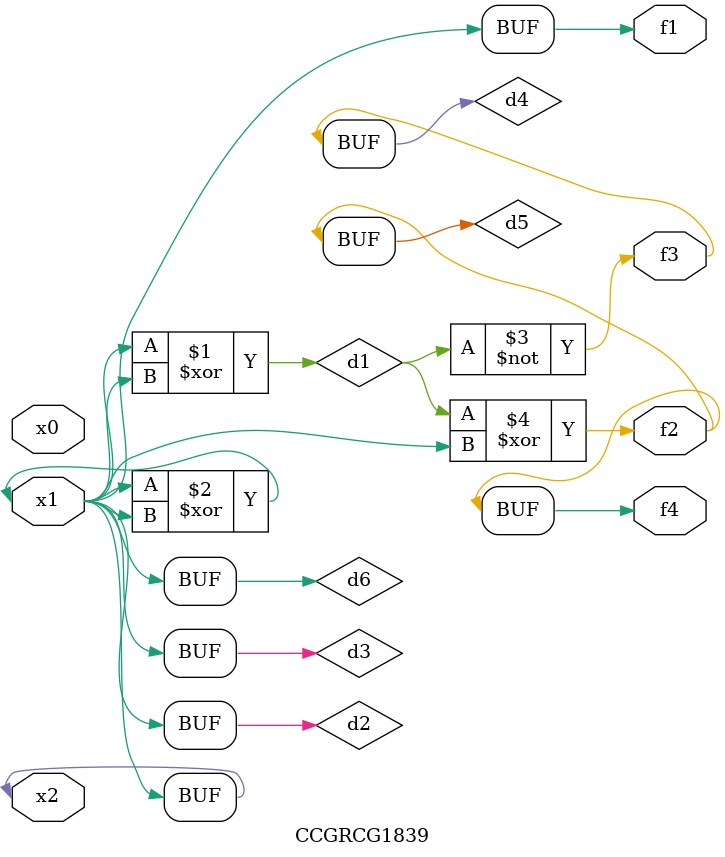
<source format=v>
module CCGRCG1839(
	input x0, x1, x2,
	output f1, f2, f3, f4
);

	wire d1, d2, d3, d4, d5, d6;

	xor (d1, x1, x2);
	buf (d2, x1, x2);
	xor (d3, x1, x2);
	nor (d4, d1);
	xor (d5, d1, d2);
	buf (d6, d2, d3);
	assign f1 = d6;
	assign f2 = d5;
	assign f3 = d4;
	assign f4 = d5;
endmodule

</source>
